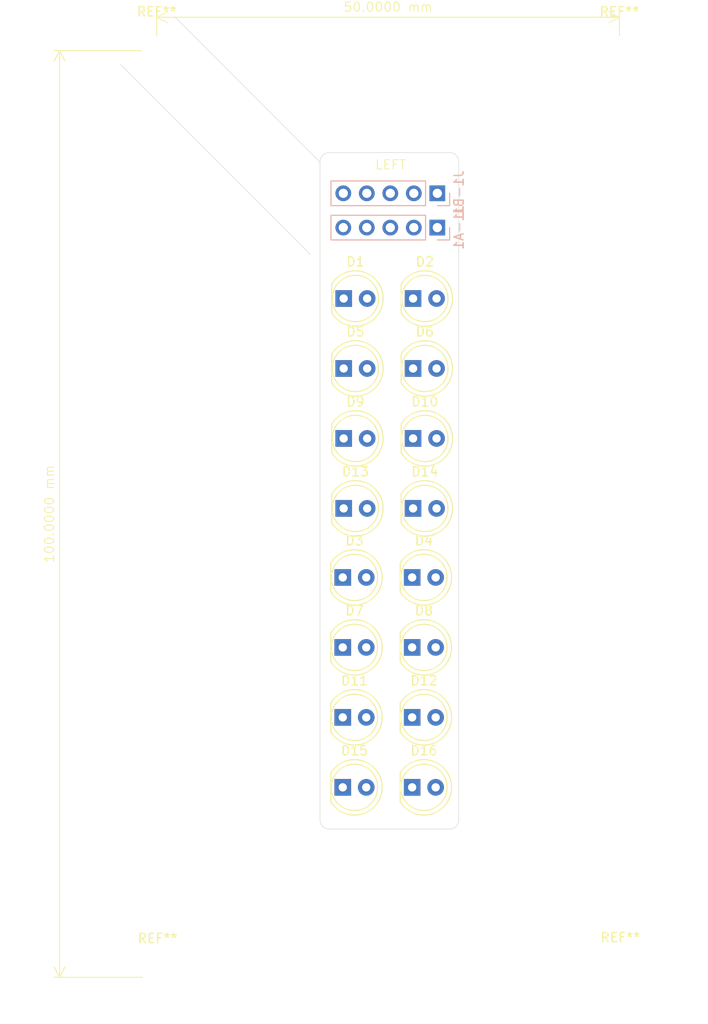
<source format=kicad_pcb>
(kicad_pcb (version 20240108) (generator "pcbnew") (generator_version "8.0")
  (layers (0 "F.Cu" signal) (31 "B.Cu" signal) (34 "B.Paste" user) (35 "F.Paste" user) (36 "B.SilkS" user "B.Silkscreen") (37 "F.SilkS" user "F.Silkscreen") (38 "B.Mask" user) (39 "F.Mask" user) (44 "Edge.Cuts" user))
  (net 0 "")
  (net 1 "A0")
  (net 2 "C0")
  (net 3 "C1")
  (net 4 "A1")
  (net 5 "A2")
  (net 6 "A3")
  (net 7 "A4")
  (net 8 "A5")
  (net 9 "A6")
  (net 10 "A7")
  (footprint "LED_THT:LED_D5.0mm" (layer "F.Cu") (at 90.1 79.5)
    (property "Reference" "D13" (at 1.27 -3.96 0) (layer "F.SilkS"))
    (property "Value" "LED")
    (fp_line (start -1.29 -1.545) (end -1.29 1.545) (stroke (width 0.12)) (layer "F.SilkS"))
    (fp_arc (start -1.29 -1.54483) (mid 2.072002 -2.880433) (end 4.26 0.000462) (stroke (width 0.12)) (layer "F.SilkS"))
    (fp_arc (start 4.26 -0.000462) (mid 2.072002 2.880433) (end -1.29 1.54483) (stroke (width 0.12)) (layer "F.SilkS"))
    (fp_circle (center 1.27 0) (end 3.77 0) (stroke (width 0.12)) (fill none) (layer "F.SilkS"))
    (pad "1" thru_hole rect (at 0 0) (size 1.8 1.8) (drill 0.9) (layers "*.Cu" "*.Mask") (net 2 "C0"))
    (pad "2" thru_hole circle (at 2.54 0) (size 1.8 1.8) (drill 0.9) (layers "*.Cu" "*.Mask") (net 9 "A6"))
  )
  (footprint "LED_THT:LED_D5.0mm" (layer "F.Cu") (at 97.5 94.5)
    (property "Reference" "D8" (at 1.27 -3.96 0) (layer "F.SilkS"))
    (property "Value" "LED")
    (fp_line (start -1.29 -1.545) (end -1.29 1.545) (stroke (width 0.12)) (layer "F.SilkS"))
    (fp_arc (start -1.29 -1.54483) (mid 2.072002 -2.880433) (end 4.26 0.000462) (stroke (width 0.12)) (layer "F.SilkS"))
    (fp_arc (start 4.26 -0.000462) (mid 2.072002 2.880433) (end -1.29 1.54483) (stroke (width 0.12)) (layer "F.SilkS"))
    (fp_circle (center 1.27 0) (end 3.77 0) (stroke (width 0.12)) (fill none) (layer "F.SilkS"))
    (pad "1" thru_hole rect (at 0 0) (size 1.8 1.8) (drill 0.9) (layers "*.Cu" "*.Mask") (net 3 "C1"))
    (pad "2" thru_hole circle (at 2.54 0) (size 1.8 1.8) (drill 0.9) (layers "*.Cu" "*.Mask") (net 6 "A3"))
  )
  (footprint "MountingHole:MountingHole_3.2mm_M3" (layer "F.Cu") (at 69.9 30.1)
    (property "Reference" "REF**" (at 0 -4.2 0) (layer "F.SilkS"))
    (property "Value" "MountingHole_3.2mm_M3")
    (pad "" np_thru_hole circle (at 0 0) (size 3.2 3.2) (drill 3.2) (layers "*.Cu" "*.Mask"))
  )
  (footprint "LED_THT:LED_D5.0mm" (layer "F.Cu") (at 90 86.95)
    (property "Reference" "D3" (at 1.27 -3.96 0) (layer "F.SilkS"))
    (property "Value" "LED")
    (fp_line (start -1.29 -1.545) (end -1.29 1.545) (stroke (width 0.12)) (layer "F.SilkS"))
    (fp_arc (start -1.29 -1.54483) (mid 2.072002 -2.880433) (end 4.26 0.000462) (stroke (width 0.12)) (layer "F.SilkS"))
    (fp_arc (start 4.26 -0.000462) (mid 2.072002 2.880433) (end -1.29 1.54483) (stroke (width 0.12)) (layer "F.SilkS"))
    (fp_circle (center 1.27 0) (end 3.77 0) (stroke (width 0.12)) (fill none) (layer "F.SilkS"))
    (pad "1" thru_hole rect (at 0 0) (size 1.8 1.8) (drill 0.9) (layers "*.Cu" "*.Mask") (net 2 "C0"))
    (pad "2" thru_hole circle (at 2.54 0) (size 1.8 1.8) (drill 0.9) (layers "*.Cu" "*.Mask") (net 4 "A1"))
  )
  (footprint "LED_THT:LED_D5.0mm" (layer "F.Cu") (at 97.6 79.5)
    (property "Reference" "D14" (at 1.27 -3.96 0) (layer "F.SilkS"))
    (property "Value" "LED")
    (fp_line (start -1.29 -1.545) (end -1.29 1.545) (stroke (width 0.12)) (layer "F.SilkS"))
    (fp_arc (start -1.29 -1.54483) (mid 2.072002 -2.880433) (end 4.26 0.000462) (stroke (width 0.12)) (layer "F.SilkS"))
    (fp_arc (start 4.26 -0.000462) (mid 2.072002 2.880433) (end -1.29 1.54483) (stroke (width 0.12)) (layer "F.SilkS"))
    (fp_circle (center 1.27 0) (end 3.77 0) (stroke (width 0.12)) (fill none) (layer "F.SilkS"))
    (pad "1" thru_hole rect (at 0 0) (size 1.8 1.8) (drill 0.9) (layers "*.Cu" "*.Mask") (net 3 "C1"))
    (pad "2" thru_hole circle (at 2.54 0) (size 1.8 1.8) (drill 0.9) (layers "*.Cu" "*.Mask") (net 9 "A6"))
  )
  (footprint "MountingHole:MountingHole_3.2mm_M3" (layer "F.Cu") (at 119.9 30.1)
    (property "Reference" "REF**" (at 0 -4.2 0) (layer "F.SilkS"))
    (property "Value" "MountingHole_3.2mm_M3")
    (pad "" np_thru_hole circle (at 0 0) (size 3.2 3.2) (drill 3.2) (layers "*.Cu" "*.Mask"))
  )
  (footprint "LED_THT:LED_D5.0mm" (layer "F.Cu") (at 97.5 109.6)
    (property "Reference" "D16" (at 1.27 -3.96 0) (layer "F.SilkS"))
    (property "Value" "LED")
    (fp_line (start -1.29 -1.545) (end -1.29 1.545) (stroke (width 0.12)) (layer "F.SilkS"))
    (fp_arc (start -1.29 -1.54483) (mid 2.072002 -2.880433) (end 4.26 0.000462) (stroke (width 0.12)) (layer "F.SilkS"))
    (fp_arc (start 4.26 -0.000462) (mid 2.072002 2.880433) (end -1.29 1.54483) (stroke (width 0.12)) (layer "F.SilkS"))
    (fp_circle (center 1.27 0) (end 3.77 0) (stroke (width 0.12)) (fill none) (layer "F.SilkS"))
    (pad "1" thru_hole rect (at 0 0) (size 1.8 1.8) (drill 0.9) (layers "*.Cu" "*.Mask") (net 3 "C1"))
    (pad "2" thru_hole circle (at 2.54 0) (size 1.8 1.8) (drill 0.9) (layers "*.Cu" "*.Mask") (net 10 "A7"))
  )
  (footprint "LED_THT:LED_D5.0mm" (layer "F.Cu") (at 97.5 86.95)
    (property "Reference" "D4" (at 1.27 -3.96 0) (layer "F.SilkS"))
    (property "Value" "LED")
    (fp_line (start -1.29 -1.545) (end -1.29 1.545) (stroke (width 0.12)) (layer "F.SilkS"))
    (fp_arc (start -1.29 -1.54483) (mid 2.072002 -2.880433) (end 4.26 0.000462) (stroke (width 0.12)) (layer "F.SilkS"))
    (fp_arc (start 4.26 -0.000462) (mid 2.072002 2.880433) (end -1.29 1.54483) (stroke (width 0.12)) (layer "F.SilkS"))
    (fp_circle (center 1.27 0) (end 3.77 0) (stroke (width 0.12)) (fill none) (layer "F.SilkS"))
    (pad "1" thru_hole rect (at 0 0) (size 1.8 1.8) (drill 0.9) (layers "*.Cu" "*.Mask") (net 3 "C1"))
    (pad "2" thru_hole circle (at 2.54 0) (size 1.8 1.8) (drill 0.9) (layers "*.Cu" "*.Mask") (net 4 "A1"))
  )
  (footprint "LED_THT:LED_D5.0mm" (layer "F.Cu") (at 97.6 71.95)
    (property "Reference" "D10" (at 1.27 -3.96 0) (layer "F.SilkS"))
    (property "Value" "LED")
    (fp_line (start -1.29 -1.545) (end -1.29 1.545) (stroke (width 0.12)) (layer "F.SilkS"))
    (fp_arc (start -1.29 -1.54483) (mid 2.072002 -2.880433) (end 4.26 0.000462) (stroke (width 0.12)) (layer "F.SilkS"))
    (fp_arc (start 4.26 -0.000462) (mid 2.072002 2.880433) (end -1.29 1.54483) (stroke (width 0.12)) (layer "F.SilkS"))
    (fp_circle (center 1.27 0) (end 3.77 0) (stroke (width 0.12)) (fill none) (layer "F.SilkS"))
    (pad "1" thru_hole rect (at 0 0) (size 1.8 1.8) (drill 0.9) (layers "*.Cu" "*.Mask") (net 3 "C1"))
    (pad "2" thru_hole circle (at 2.54 0) (size 1.8 1.8) (drill 0.9) (layers "*.Cu" "*.Mask") (net 7 "A4"))
  )
  (footprint "LED_THT:LED_D5.0mm" (layer "F.Cu") (at 90.1 71.95)
    (property "Reference" "D9" (at 1.27 -3.96 0) (layer "F.SilkS"))
    (property "Value" "LED")
    (fp_line (start -1.29 -1.545) (end -1.29 1.545) (stroke (width 0.12)) (layer "F.SilkS"))
    (fp_arc (start -1.29 -1.54483) (mid 2.072002 -2.880433) (end 4.26 0.000462) (stroke (width 0.12)) (layer "F.SilkS"))
    (fp_arc (start 4.26 -0.000462) (mid 2.072002 2.880433) (end -1.29 1.54483) (stroke (width 0.12)) (layer "F.SilkS"))
    (fp_circle (center 1.27 0) (end 3.77 0) (stroke (width 0.12)) (fill none) (layer "F.SilkS"))
    (pad "1" thru_hole rect (at 0 0) (size 1.8 1.8) (drill 0.9) (layers "*.Cu" "*.Mask") (net 2 "C0"))
    (pad "2" thru_hole circle (at 2.54 0) (size 1.8 1.8) (drill 0.9) (layers "*.Cu" "*.Mask") (net 7 "A4"))
  )
  (footprint "LED_THT:LED_D5.0mm" (layer "F.Cu") (at 90 102.05)
    (property "Reference" "D11" (at 1.27 -3.96 0) (layer "F.SilkS"))
    (property "Value" "LED")
    (fp_line (start -1.29 -1.545) (end -1.29 1.545) (stroke (width 0.12)) (layer "F.SilkS"))
    (fp_arc (start -1.29 -1.54483) (mid 2.072002 -2.880433) (end 4.26 0.000462) (stroke (width 0.12)) (layer "F.SilkS"))
    (fp_arc (start 4.26 -0.000462) (mid 2.072002 2.880433) (end -1.29 1.54483) (stroke (width 0.12)) (layer "F.SilkS"))
    (fp_circle (center 1.27 0) (end 3.77 0) (stroke (width 0.12)) (fill none) (layer "F.SilkS"))
    (pad "1" thru_hole rect (at 0 0) (size 1.8 1.8) (drill 0.9) (layers "*.Cu" "*.Mask") (net 2 "C0"))
    (pad "2" thru_hole circle (at 2.54 0) (size 1.8 1.8) (drill 0.9) (layers "*.Cu" "*.Mask") (net 8 "A5"))
  )
  (footprint "LED_THT:LED_D5.0mm" (layer "F.Cu") (at 97.6 56.85)
    (property "Reference" "D2" (at 1.27 -3.96 0) (layer "F.SilkS"))
    (property "Value" "LED")
    (fp_line (start -1.29 -1.545) (end -1.29 1.545) (stroke (width 0.12)) (layer "F.SilkS"))
    (fp_arc (start -1.29 -1.54483) (mid 2.072002 -2.880433) (end 4.26 0.000462) (stroke (width 0.12)) (layer "F.SilkS"))
    (fp_arc (start 4.26 -0.000462) (mid 2.072002 2.880433) (end -1.29 1.54483) (stroke (width 0.12)) (layer "F.SilkS"))
    (fp_circle (center 1.27 0) (end 3.77 0) (stroke (width 0.12)) (fill none) (layer "F.SilkS"))
    (pad "1" thru_hole rect (at 0 0) (size 1.8 1.8) (drill 0.9) (layers "*.Cu" "*.Mask") (net 3 "C1"))
    (pad "2" thru_hole circle (at 2.54 0) (size 1.8 1.8) (drill 0.9) (layers "*.Cu" "*.Mask") (net 1 "A0"))
  )
  (footprint "MountingHole:MountingHole_3.2mm_M3" (layer "F.Cu") (at 70 130.1)
    (property "Reference" "REF**" (at 0 -4.2 0) (layer "F.SilkS"))
    (property "Value" "MountingHole_3.2mm_M3")
    (pad "" np_thru_hole circle (at 0 0) (size 3.2 3.2) (drill 3.2) (layers "*.Cu" "*.Mask"))
  )
  (footprint "LED_THT:LED_D5.0mm" (layer "F.Cu") (at 97.5 102.05)
    (property "Reference" "D12" (at 1.27 -3.96 0) (layer "F.SilkS"))
    (property "Value" "LED")
    (fp_line (start -1.29 -1.545) (end -1.29 1.545) (stroke (width 0.12)) (layer "F.SilkS"))
    (fp_arc (start -1.29 -1.54483) (mid 2.072002 -2.880433) (end 4.26 0.000462) (stroke (width 0.12)) (layer "F.SilkS"))
    (fp_arc (start 4.26 -0.000462) (mid 2.072002 2.880433) (end -1.29 1.54483) (stroke (width 0.12)) (layer "F.SilkS"))
    (fp_circle (center 1.27 0) (end 3.77 0) (stroke (width 0.12)) (fill none) (layer "F.SilkS"))
    (pad "1" thru_hole rect (at 0 0) (size 1.8 1.8) (drill 0.9) (layers "*.Cu" "*.Mask") (net 3 "C1"))
    (pad "2" thru_hole circle (at 2.54 0) (size 1.8 1.8) (drill 0.9) (layers "*.Cu" "*.Mask") (net 8 "A5"))
  )
  (footprint "LED_THT:LED_D5.0mm" (layer "F.Cu") (at 90 109.6)
    (property "Reference" "D15" (at 1.27 -3.96 0) (layer "F.SilkS"))
    (property "Value" "LED")
    (fp_line (start -1.29 -1.545) (end -1.29 1.545) (stroke (width 0.12)) (layer "F.SilkS"))
    (fp_arc (start -1.29 -1.54483) (mid 2.072002 -2.880433) (end 4.26 0.000462) (stroke (width 0.12)) (layer "F.SilkS"))
    (fp_arc (start 4.26 -0.000462) (mid 2.072002 2.880433) (end -1.29 1.54483) (stroke (width 0.12)) (layer "F.SilkS"))
    (fp_circle (center 1.27 0) (end 3.77 0) (stroke (width 0.12)) (fill none) (layer "F.SilkS"))
    (pad "1" thru_hole rect (at 0 0) (size 1.8 1.8) (drill 0.9) (layers "*.Cu" "*.Mask") (net 2 "C0"))
    (pad "2" thru_hole circle (at 2.54 0) (size 1.8 1.8) (drill 0.9) (layers "*.Cu" "*.Mask") (net 10 "A7"))
  )
  (footprint "LED_THT:LED_D5.0mm" (layer "F.Cu") (at 90.1 56.85)
    (property "Reference" "D1" (at 1.27 -3.96 0) (layer "F.SilkS"))
    (property "Value" "LED")
    (fp_line (start -1.29 -1.545) (end -1.29 1.545) (stroke (width 0.12)) (layer "F.SilkS"))
    (fp_arc (start -1.29 -1.54483) (mid 2.072002 -2.880433) (end 4.26 0.000462) (stroke (width 0.12)) (layer "F.SilkS"))
    (fp_arc (start 4.26 -0.000462) (mid 2.072002 2.880433) (end -1.29 1.54483) (stroke (width 0.12)) (layer "F.SilkS"))
    (fp_circle (center 1.27 0) (end 3.77 0) (stroke (width 0.12)) (fill none) (layer "F.SilkS"))
    (pad "1" thru_hole rect (at 0 0) (size 1.8 1.8) (drill 0.9) (layers "*.Cu" "*.Mask") (net 2 "C0"))
    (pad "2" thru_hole circle (at 2.54 0) (size 1.8 1.8) (drill 0.9) (layers "*.Cu" "*.Mask") (net 1 "A0"))
  )
  (footprint "LED_THT:LED_D5.0mm" (layer "F.Cu") (at 90 94.5)
    (property "Reference" "D7" (at 1.27 -3.96 0) (layer "F.SilkS"))
    (property "Value" "LED")
    (fp_line (start -1.29 -1.545) (end -1.29 1.545) (stroke (width 0.12)) (layer "F.SilkS"))
    (fp_arc (start -1.29 -1.54483) (mid 2.072002 -2.880433) (end 4.26 0.000462) (stroke (width 0.12)) (layer "F.SilkS"))
    (fp_arc (start 4.26 -0.000462) (mid 2.072002 2.880433) (end -1.29 1.54483) (stroke (width 0.12)) (layer "F.SilkS"))
    (fp_circle (center 1.27 0) (end 3.77 0) (stroke (width 0.12)) (fill none) (layer "F.SilkS"))
    (pad "1" thru_hole rect (at 0 0) (size 1.8 1.8) (drill 0.9) (layers "*.Cu" "*.Mask") (net 2 "C0"))
    (pad "2" thru_hole circle (at 2.54 0) (size 1.8 1.8) (drill 0.9) (layers "*.Cu" "*.Mask") (net 6 "A3"))
  )
  (footprint "MountingHole:MountingHole_3.2mm_M3" (layer "F.Cu") (at 120 130)
    (property "Reference" "REF**" (at 0 -4.2 0) (layer "F.SilkS"))
    (property "Value" "MountingHole_3.2mm_M3")
    (pad "" np_thru_hole circle (at 0 0) (size 3.2 3.2) (drill 3.2) (layers "*.Cu" "*.Mask"))
  )
  (footprint "LED_THT:LED_D5.0mm" (layer "F.Cu") (at 90.1 64.4)
    (property "Reference" "D5" (at 1.27 -3.96 0) (layer "F.SilkS"))
    (property "Value" "LED")
    (fp_line (start -1.29 -1.545) (end -1.29 1.545) (stroke (width 0.12)) (layer "F.SilkS"))
    (fp_arc (start -1.29 -1.54483) (mid 2.072002 -2.880433) (end 4.26 0.000462) (stroke (width 0.12)) (layer "F.SilkS"))
    (fp_arc (start 4.26 -0.000462) (mid 2.072002 2.880433) (end -1.29 1.54483) (stroke (width 0.12)) (layer "F.SilkS"))
    (fp_circle (center 1.27 0) (end 3.77 0) (stroke (width 0.12)) (fill none) (layer "F.SilkS"))
    (pad "1" thru_hole rect (at 0 0) (size 1.8 1.8) (drill 0.9) (layers "*.Cu" "*.Mask") (net 2 "C0"))
    (pad "2" thru_hole circle (at 2.54 0) (size 1.8 1.8) (drill 0.9) (layers "*.Cu" "*.Mask") (net 5 "A2"))
  )
  (footprint "LED_THT:LED_D5.0mm" (layer "F.Cu") (at 97.6 64.4)
    (property "Reference" "D6" (at 1.27 -3.96 0) (layer "F.SilkS"))
    (property "Value" "LED")
    (fp_line (start -1.29 -1.545) (end -1.29 1.545) (stroke (width 0.12)) (layer "F.SilkS"))
    (fp_arc (start -1.29 -1.54483) (mid 2.072002 -2.880433) (end 4.26 0.000462) (stroke (width 0.12)) (layer "F.SilkS"))
    (fp_arc (start 4.26 -0.000462) (mid 2.072002 2.880433) (end -1.29 1.54483) (stroke (width 0.12)) (layer "F.SilkS"))
    (fp_circle (center 1.27 0) (end 3.77 0) (stroke (width 0.12)) (fill none) (layer "F.SilkS"))
    (pad "1" thru_hole rect (at 0 0) (size 1.8 1.8) (drill 0.9) (layers "*.Cu" "*.Mask") (net 3 "C1"))
    (pad "2" thru_hole circle (at 2.54 0) (size 1.8 1.8) (drill 0.9) (layers "*.Cu" "*.Mask") (net 5 "A2"))
  )
  (footprint "Connector_PinHeader_2.54mm:PinHeader_1x05_P2.54mm_Vertical" (layer "B.Cu") (at 100.22 49.2 90)
    (property "Reference" "J1-A1" (at 0 2.33 90) (layer "B.SilkS") (effects (justify mirror)))
    (property "Value" "Conn_01x05")
    (fp_line (start 1.33 -11.49) (end -1.33 -11.49) (stroke (width 0.12)) (layer "B.SilkS"))
    (fp_line (start 1.33 -11.49) (end 1.33 -1.27) (stroke (width 0.12)) (layer "B.SilkS"))
    (fp_line (start -1.33 -11.49) (end -1.33 -1.27) (stroke (width 0.12)) (layer "B.SilkS"))
    (fp_line (start 1.33 -1.27) (end -1.33 -1.27) (stroke (width 0.12)) (layer "B.SilkS"))
    (fp_line (start 0 1.33) (end -1.33 1.33) (stroke (width 0.12)) (layer "B.SilkS"))
    (fp_line (start -1.33 1.33) (end -1.33 0) (stroke (width 0.12)) (layer "B.SilkS"))
    (pad "1" thru_hole rect (at 0 0 90) (size 1.7 1.7) (drill 1) (layers "*.Cu" "*.Mask") (net 1 "A0"))
    (pad "2" thru_hole oval (at 0 -2.54 90) (size 1.7 1.7) (drill 1) (layers "*.Cu" "*.Mask") (net 4 "A1"))
    (pad "3" thru_hole oval (at 0 -5.08 90) (size 1.7 1.7) (drill 1) (layers "*.Cu" "*.Mask") (net 5 "A2"))
    (pad "4" thru_hole oval (at 0 -7.62 90) (size 1.7 1.7) (drill 1) (layers "*.Cu" "*.Mask") (net 6 "A3"))
    (pad "5" thru_hole oval (at 0 -10.16 90) (size 1.7 1.7) (drill 1) (layers "*.Cu" "*.Mask") (net 7 "A4"))
  )
  (footprint "Connector_PinHeader_2.54mm:PinHeader_1x05_P2.54mm_Vertical" (layer "B.Cu") (at 100.22 45.5 90)
    (property "Reference" "J1-B1" (at 0 2.33 90) (layer "B.SilkS") (effects (justify mirror)))
    (property "Value" "Conn_01x05")
    (fp_line (start 1.33 -11.49) (end -1.33 -11.49) (stroke (width 0.12)) (layer "B.SilkS"))
    (fp_line (start 1.33 -11.49) (end 1.33 -1.27) (stroke (width 0.12)) (layer "B.SilkS"))
    (fp_line (start -1.33 -11.49) (end -1.33 -1.27) (stroke (width 0.12)) (layer "B.SilkS"))
    (fp_line (start 1.33 -1.27) (end -1.33 -1.27) (stroke (width 0.12)) (layer "B.SilkS"))
    (fp_line (start 0 1.33) (end -1.33 1.33) (stroke (width 0.12)) (layer "B.SilkS"))
    (fp_line (start -1.33 1.33) (end -1.33 0) (stroke (width 0.12)) (layer "B.SilkS"))
    (pad "1" thru_hole rect (at 0 0 90) (size 1.7 1.7) (drill 1) (layers "*.Cu" "*.Mask") (net 8 "A5"))
    (pad "2" thru_hole oval (at 0 -2.54 90) (size 1.7 1.7) (drill 1) (layers "*.Cu" "*.Mask") (net 9 "A6"))
    (pad "3" thru_hole oval (at 0 -5.08 90) (size 1.7 1.7) (drill 1) (layers "*.Cu" "*.Mask") (net 10 "A7"))
    (pad "4" thru_hole oval (at 0 -7.62 90) (size 1.7 1.7) (drill 1) (layers "*.Cu" "*.Mask") (net 2 "C0"))
    (pad "5" thru_hole oval (at 0 -10.16 90) (size 1.7 1.7) (drill 1) (layers "*.Cu" "*.Mask") (net 3 "C1"))
  )
  (gr_line (start 87.54 42.1) (end 87.54 113.1) (stroke (width 0.05)) (layer "Edge.Cuts"))
  (gr_line (start 66 31.6) (end 86.5 52.1) (stroke (width 0.05)) (layer "Edge.Cuts"))
  (gr_arc (start 101.54 41.1) (mid 102.247107 41.392893) (end 102.54 42.1) (stroke (width 0.05)) (layer "Edge.Cuts"))
  (gr_line (start 88.54 41.1) (end 101.54 41.1) (stroke (width 0.05)) (layer "Edge.Cuts"))
  (gr_arc (start 87.54 42.1) (mid 87.832893 41.392893) (end 88.54 41.1) (stroke (width 0.05)) (layer "Edge.Cuts"))
  (gr_arc (start 102.54 113.1) (mid 102.247107 113.807107) (end 101.54 114.1) (stroke (width 0.05)) (layer "Edge.Cuts"))
  (gr_line (start 102.54 113.1) (end 102.54 42.1) (stroke (width 0.05)) (layer "Edge.Cuts"))
  (gr_line (start 101.54 114.1) (end 88.54 114.1) (stroke (width 0.05)) (layer "Edge.Cuts"))
  (gr_line (start 71.9 26.5) (end 87.6 42.2) (stroke (width 0.05)) (layer "Edge.Cuts"))
  (gr_arc (start 88.54 114.1) (mid 87.832893 113.807107) (end 87.54 113.1) (stroke (width 0.05)) (layer "Edge.Cuts"))
  (gr_text "LEFT" (at 93.44 43 0) (layer "F.SilkS") (effects (font (size 1 1) (thickness 0.1)) (justify left bottom)))
  (dimension (type aligned) (layer "F.SilkS") (pts (xy 69.9 30.1) (xy 69.9 130.1)) (height 10.5) (gr_text "100.0000 mm" (at 58.3 80.1 90) (layer "F.SilkS") (effects (font (size 1 1) (thickness 0.1)))) (format (prefix "") (suffix "") (units 3) (units_format 1) (precision 4)) (style (thickness 0.1) (arrow_length 1.27) (text_position_mode 0) (extension_height 0.58642) (extension_offset 0.5) keep_text_aligned))
  (dimension (type aligned) (layer "F.SilkS") (pts (xy 69.9 30.1) (xy 119.9 30.1)) (height -3.6) (gr_text "50.0000 mm" (at 94.9 25.4 0) (layer "F.SilkS") (effects (font (size 1 1) (thickness 0.1)))) (format (prefix "") (suffix "") (units 3) (units_format 1) (precision 4)) (style (thickness 0.1) (arrow_length 1.27) (text_position_mode 0) (extension_height 0.58642) (extension_offset 0.5) keep_text_aligned))
)
</source>
